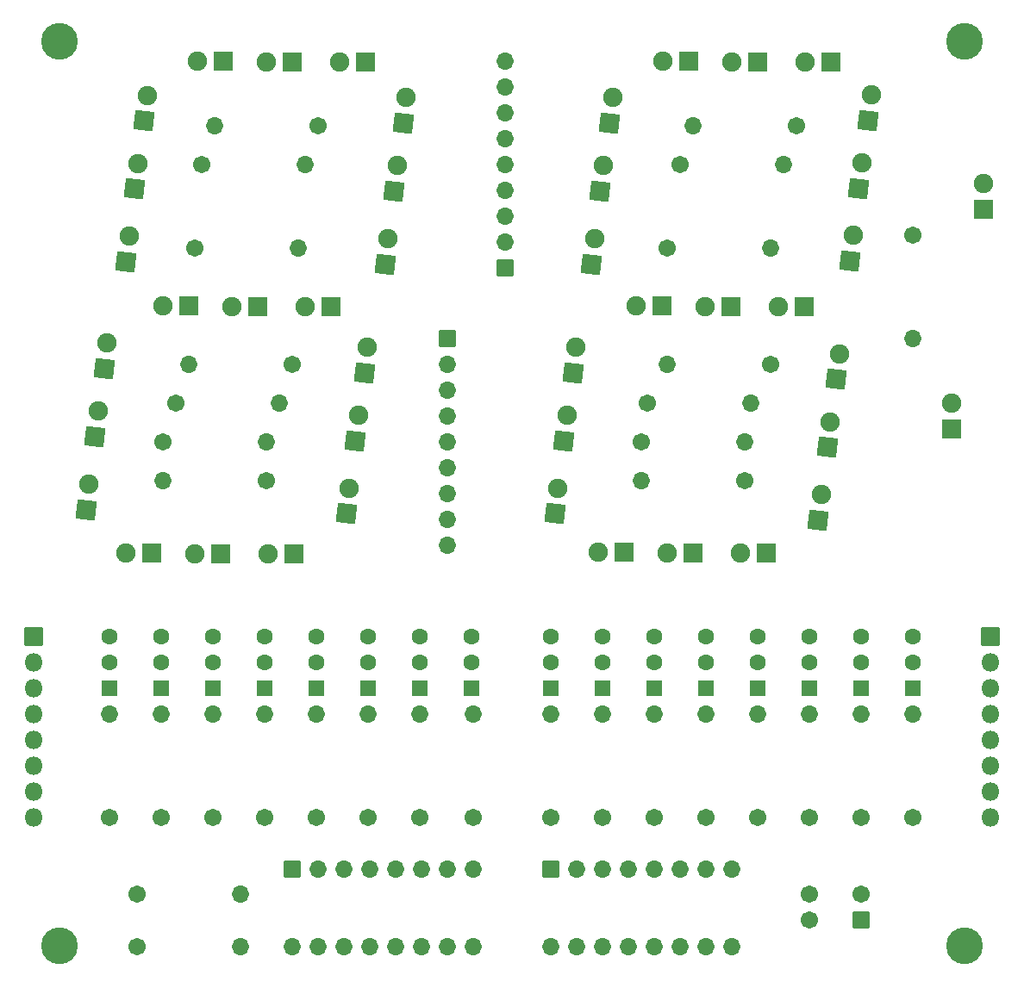
<source format=gbs>
G04 #@! TF.GenerationSoftware,KiCad,Pcbnew,7.0.9*
G04 #@! TF.CreationDate,2024-02-26T12:30:47+11:00*
G04 #@! TF.ProjectId,7segment,37736567-6d65-46e7-942e-6b696361645f,rev?*
G04 #@! TF.SameCoordinates,PX292dfe0PY1d11680*
G04 #@! TF.FileFunction,Soldermask,Bot*
G04 #@! TF.FilePolarity,Negative*
%FSLAX46Y46*%
G04 Gerber Fmt 4.6, Leading zero omitted, Abs format (unit mm)*
G04 Created by KiCad (PCBNEW 7.0.9) date 2024-02-26 12:30:47*
%MOMM*%
%LPD*%
G01*
G04 APERTURE LIST*
G04 Aperture macros list*
%AMRoundRect*
0 Rectangle with rounded corners*
0 $1 Rounding radius*
0 $2 $3 $4 $5 $6 $7 $8 $9 X,Y pos of 4 corners*
0 Add a 4 corners polygon primitive as box body*
4,1,4,$2,$3,$4,$5,$6,$7,$8,$9,$2,$3,0*
0 Add four circle primitives for the rounded corners*
1,1,$1+$1,$2,$3*
1,1,$1+$1,$4,$5*
1,1,$1+$1,$6,$7*
1,1,$1+$1,$8,$9*
0 Add four rect primitives between the rounded corners*
20,1,$1+$1,$2,$3,$4,$5,0*
20,1,$1+$1,$4,$5,$6,$7,0*
20,1,$1+$1,$6,$7,$8,$9,0*
20,1,$1+$1,$8,$9,$2,$3,0*%
G04 Aperture macros list end*
%ADD10C,3.602000*%
%ADD11RoundRect,0.051000X0.900000X0.900000X-0.900000X0.900000X-0.900000X-0.900000X0.900000X-0.900000X0*%
%ADD12C,1.902000*%
%ADD13RoundRect,0.051000X0.783609X-1.002974X1.002974X0.783609X-0.783609X1.002974X-1.002974X-0.783609X0*%
%ADD14RoundRect,0.051000X0.900000X-0.900000X0.900000X0.900000X-0.900000X0.900000X-0.900000X-0.900000X0*%
%ADD15C,1.702000*%
%ADD16O,1.702000X1.702000*%
%ADD17RoundRect,0.051000X0.750000X-0.750000X0.750000X0.750000X-0.750000X0.750000X-0.750000X-0.750000X0*%
%ADD18C,1.602000*%
%ADD19RoundRect,0.051000X-0.800000X0.800000X-0.800000X-0.800000X0.800000X-0.800000X0.800000X0.800000X0*%
%ADD20RoundRect,0.051000X0.800000X-0.800000X0.800000X0.800000X-0.800000X0.800000X-0.800000X-0.800000X0*%
%ADD21RoundRect,0.051000X0.850000X0.850000X-0.850000X0.850000X-0.850000X-0.850000X0.850000X-0.850000X0*%
%ADD22O,1.802000X1.802000*%
G04 APERTURE END LIST*
D10*
X0Y-88900000D03*
X0Y0D03*
X88900000Y-88900000D03*
X88900000Y0D03*
D11*
X30069002Y-2025000D03*
D12*
X13559002Y-1950000D03*
X27529002Y-2025000D03*
D11*
X22859998Y-2025000D03*
D12*
X20319998Y-2025000D03*
D11*
X16099002Y-1950000D03*
D13*
X2610375Y-45992085D03*
D12*
X4696879Y-29614289D03*
X2919923Y-43471018D03*
D13*
X3488932Y-38836816D03*
D12*
X3798480Y-36315749D03*
D13*
X4387331Y-32135356D03*
D11*
X75789002Y-2025000D03*
D12*
X59279002Y-1950000D03*
X73249002Y-2025000D03*
D11*
X68579998Y-2025000D03*
D12*
X66039998Y-2025000D03*
D11*
X61819002Y-1950000D03*
D14*
X90805000Y-16510000D03*
D12*
X90805000Y-13970000D03*
D14*
X87630000Y-38100000D03*
D12*
X87630000Y-35560000D03*
D11*
X23027002Y-50360000D03*
D12*
X6517002Y-50285000D03*
X20487002Y-50360000D03*
D11*
X15817998Y-50360000D03*
D12*
X13277998Y-50360000D03*
D11*
X9057002Y-50285000D03*
D13*
X28184175Y-46403085D03*
D12*
X30270679Y-30025289D03*
X28493723Y-43882018D03*
D13*
X29062732Y-39247816D03*
D12*
X29372280Y-36726749D03*
D13*
X29961131Y-32546356D03*
X31994175Y-21862085D03*
D12*
X34080679Y-5484289D03*
X32303723Y-19341018D03*
D13*
X32872732Y-14706816D03*
D12*
X33182280Y-12185749D03*
D13*
X33771131Y-8005356D03*
X77639175Y-21578185D03*
D12*
X79725679Y-5200389D03*
X77948723Y-19057118D03*
D13*
X78517732Y-14422916D03*
D12*
X78827280Y-11901849D03*
D13*
X79416131Y-7721456D03*
X52239175Y-21862085D03*
D12*
X54325679Y-5484289D03*
X52548723Y-19341018D03*
D13*
X53117732Y-14706816D03*
D12*
X53427280Y-12185749D03*
D13*
X54016131Y-8005356D03*
D11*
X73192002Y-26035000D03*
D12*
X56682002Y-25960000D03*
X70652002Y-26035000D03*
D11*
X65982998Y-26035000D03*
D12*
X63442998Y-26035000D03*
D11*
X59222002Y-25960000D03*
D13*
X6519175Y-21638085D03*
D12*
X8605679Y-5260289D03*
X6828723Y-19117018D03*
D13*
X7397732Y-14482816D03*
D12*
X7707280Y-11961749D03*
D13*
X8296131Y-7781356D03*
D11*
X69439002Y-50285000D03*
D12*
X52929002Y-50210000D03*
X66899002Y-50285000D03*
D11*
X62229998Y-50285000D03*
D12*
X59689998Y-50285000D03*
D11*
X55469002Y-50210000D03*
D13*
X74539175Y-47038085D03*
D12*
X76625679Y-30660289D03*
X74848723Y-44517018D03*
D13*
X75417732Y-39882816D03*
D12*
X75727280Y-37361749D03*
D13*
X76316131Y-33181356D03*
D11*
X26670002Y-26035000D03*
D12*
X10160002Y-25960000D03*
X24130002Y-26035000D03*
D11*
X19460998Y-26035000D03*
D12*
X16920998Y-26035000D03*
D11*
X12700002Y-25960000D03*
D13*
X48661875Y-46403085D03*
D12*
X50748379Y-30025289D03*
X48971423Y-43882018D03*
D13*
X49540432Y-39247816D03*
D12*
X49849980Y-36726749D03*
D13*
X50438831Y-32546356D03*
D15*
X48260000Y-76240000D03*
D16*
X48260000Y-66080000D03*
D15*
X67310000Y-43180000D03*
D16*
X57150000Y-43180000D03*
D17*
X48260000Y-63540000D03*
D18*
X48260000Y-61000000D03*
X48260000Y-58460000D03*
D15*
X68580000Y-76240000D03*
D16*
X68580000Y-66080000D03*
D17*
X25210000Y-63540000D03*
D18*
X25210000Y-61000000D03*
X25210000Y-58460000D03*
D17*
X83820000Y-63540000D03*
D18*
X83820000Y-61000000D03*
X83820000Y-58460000D03*
D15*
X83820000Y-76240000D03*
D16*
X83820000Y-66080000D03*
D17*
X40450000Y-63540000D03*
D18*
X40450000Y-61000000D03*
X40450000Y-58460000D03*
D15*
X25400000Y-8255000D03*
D16*
X15240000Y-8255000D03*
D17*
X68580000Y-63540000D03*
D18*
X68580000Y-61000000D03*
X68580000Y-58460000D03*
D17*
X35370000Y-63540000D03*
D18*
X35370000Y-61000000D03*
X35370000Y-58460000D03*
D15*
X57150000Y-39370000D03*
D16*
X67310000Y-39370000D03*
D15*
X63500000Y-76240000D03*
D16*
X63500000Y-66080000D03*
D15*
X25210000Y-76240000D03*
D16*
X25210000Y-66080000D03*
D15*
X7620000Y-83820000D03*
D16*
X17780000Y-83820000D03*
D15*
X13970000Y-12065000D03*
D16*
X24130000Y-12065000D03*
D15*
X22860000Y-31750000D03*
D16*
X12700000Y-31750000D03*
D19*
X22860000Y-81320000D03*
D16*
X25400000Y-81320000D03*
X27940000Y-81320000D03*
X30480000Y-81320000D03*
X33020000Y-81320000D03*
X35560000Y-81320000D03*
X38100000Y-81320000D03*
X40640000Y-81320000D03*
X40640000Y-88940000D03*
X38100000Y-88940000D03*
X35560000Y-88940000D03*
X33020000Y-88940000D03*
X30480000Y-88940000D03*
X27940000Y-88940000D03*
X25400000Y-88940000D03*
X22860000Y-88940000D03*
D15*
X73660000Y-86320000D03*
X73660000Y-83820000D03*
D17*
X73660000Y-63540000D03*
D18*
X73660000Y-61000000D03*
X73660000Y-58460000D03*
D17*
X78740000Y-63540000D03*
D18*
X78740000Y-61000000D03*
X78740000Y-58460000D03*
D15*
X9970000Y-76240000D03*
D16*
X9970000Y-66080000D03*
D17*
X58420000Y-63540000D03*
D18*
X58420000Y-61000000D03*
X58420000Y-58460000D03*
D15*
X60960000Y-12065000D03*
D16*
X71120000Y-12065000D03*
D17*
X53340000Y-63540000D03*
D18*
X53340000Y-61000000D03*
X53340000Y-58460000D03*
D15*
X58420000Y-76240000D03*
D16*
X58420000Y-66080000D03*
D15*
X78740000Y-76240000D03*
D16*
X78740000Y-66080000D03*
D15*
X11430000Y-35560000D03*
D16*
X21590000Y-35560000D03*
D15*
X83820000Y-19050000D03*
D16*
X83820000Y-29210000D03*
D17*
X9970000Y-63540000D03*
D18*
X9970000Y-61000000D03*
X9970000Y-58460000D03*
D15*
X7620000Y-88940000D03*
D16*
X17780000Y-88940000D03*
D17*
X4890000Y-63540000D03*
D18*
X4890000Y-61000000D03*
X4890000Y-58460000D03*
D15*
X69850000Y-31750000D03*
D16*
X59690000Y-31750000D03*
D20*
X78740000Y-86320000D03*
D15*
X78740000Y-83820000D03*
D19*
X38100000Y-29210000D03*
D16*
X38100000Y-31750000D03*
X38100000Y-34290000D03*
X38100000Y-36830000D03*
X38100000Y-39370000D03*
X38100000Y-41910000D03*
X38100000Y-44450000D03*
X38100000Y-46990000D03*
X38100000Y-49530000D03*
D15*
X73660000Y-76240000D03*
D16*
X73660000Y-66080000D03*
D15*
X15050000Y-76240000D03*
D16*
X15050000Y-66080000D03*
D21*
X91440000Y-58460000D03*
D22*
X91440000Y-61000000D03*
X91440000Y-63540000D03*
X91440000Y-66080000D03*
X91440000Y-68620000D03*
X91440000Y-71160000D03*
X91440000Y-73700000D03*
X91440000Y-76240000D03*
D17*
X30290000Y-63540000D03*
D18*
X30290000Y-61000000D03*
X30290000Y-58460000D03*
D15*
X4890000Y-76240000D03*
D16*
X4890000Y-66080000D03*
D15*
X10160000Y-39370000D03*
D16*
X20320000Y-39370000D03*
D19*
X48260000Y-81320000D03*
D16*
X50800000Y-81320000D03*
X53340000Y-81320000D03*
X55880000Y-81320000D03*
X58420000Y-81320000D03*
X60960000Y-81320000D03*
X63500000Y-81320000D03*
X66040000Y-81320000D03*
X66040000Y-88940000D03*
X63500000Y-88940000D03*
X60960000Y-88940000D03*
X58420000Y-88940000D03*
X55880000Y-88940000D03*
X53340000Y-88940000D03*
X50800000Y-88940000D03*
X48260000Y-88940000D03*
D15*
X72390000Y-8255000D03*
D16*
X62230000Y-8255000D03*
D15*
X20320000Y-43180000D03*
D16*
X10160000Y-43180000D03*
D17*
X15050000Y-63540000D03*
D18*
X15050000Y-61000000D03*
X15050000Y-58460000D03*
D15*
X40640000Y-76240000D03*
D16*
X40640000Y-66080000D03*
D17*
X20130000Y-63550000D03*
D18*
X20130000Y-61010000D03*
X20130000Y-58470000D03*
D15*
X13335000Y-20320000D03*
D16*
X23495000Y-20320000D03*
D15*
X20130000Y-76240000D03*
D16*
X20130000Y-66080000D03*
D15*
X53340000Y-76240000D03*
D16*
X53340000Y-66080000D03*
D21*
X-2540000Y-58460000D03*
D22*
X-2540000Y-61000000D03*
X-2540000Y-63540000D03*
X-2540000Y-66080000D03*
X-2540000Y-68620000D03*
X-2540000Y-71160000D03*
X-2540000Y-73700000D03*
X-2540000Y-76240000D03*
D15*
X35370000Y-76240000D03*
D16*
X35370000Y-66080000D03*
D15*
X59690000Y-20320000D03*
D16*
X69850000Y-20320000D03*
D15*
X57785000Y-35560000D03*
D16*
X67945000Y-35560000D03*
D17*
X63500000Y-63540000D03*
D18*
X63500000Y-61000000D03*
X63500000Y-58460000D03*
D15*
X30290000Y-76240000D03*
D16*
X30290000Y-66080000D03*
D20*
X43815000Y-22225000D03*
D16*
X43815000Y-19685000D03*
X43815000Y-17145000D03*
X43815000Y-14605000D03*
X43815000Y-12065000D03*
X43815000Y-9525000D03*
X43815000Y-6985000D03*
X43815000Y-4445000D03*
X43815000Y-1905000D03*
M02*

</source>
